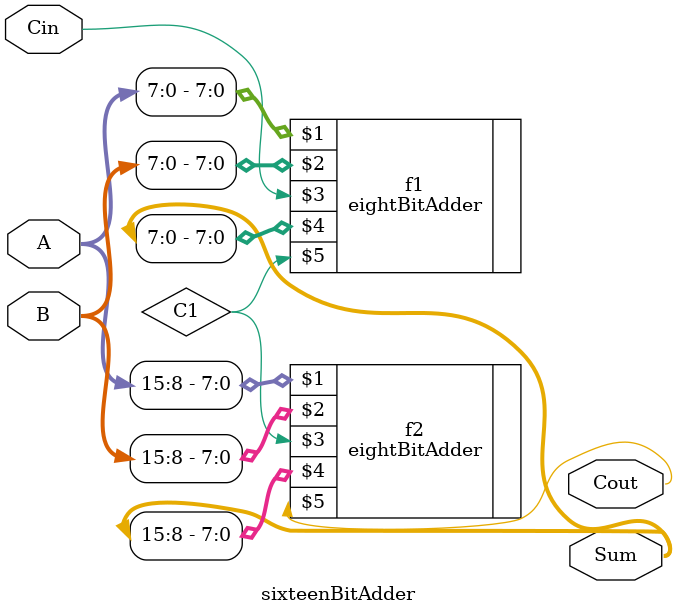
<source format=v>
`include "eightBitAdder.v"

module sixteenBitAdder(A,B,Cin,Sum,Cout);
	input [15:0] A,B;
	input Cin;
	output [15:0] Sum;
	output Cout;
	wire C1;
	
	eightBitAdder f1(A[7:0],B[7:0], Cin, Sum[7:0], C1);
	eightBitAdder f2(A[15:8],B[15:8], C1, Sum[15:8], Cout);
	
endmodule



</source>
